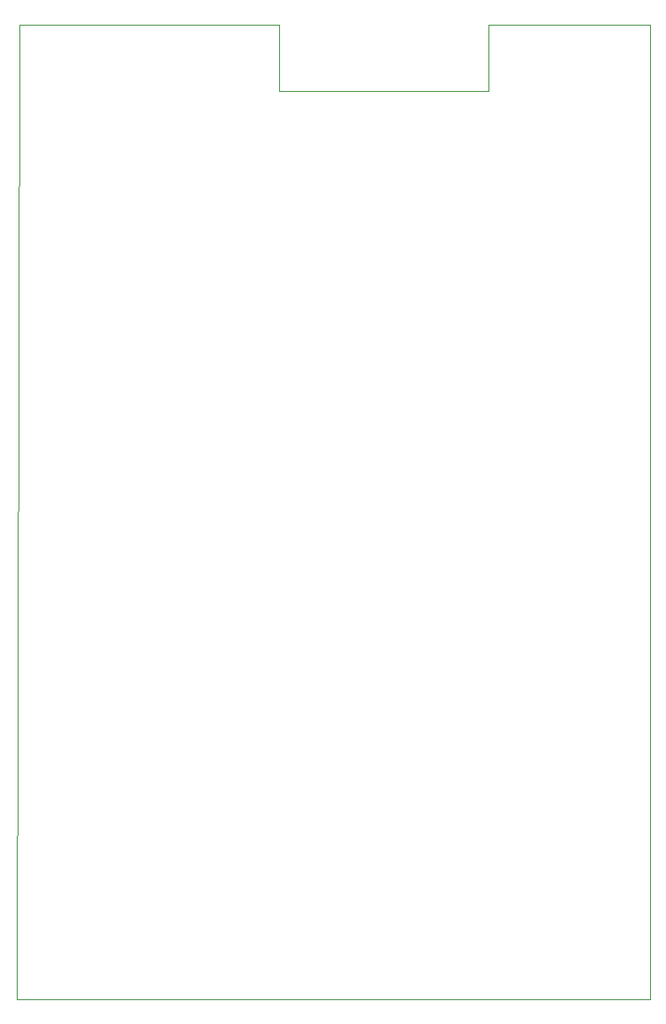
<source format=gbr>
%TF.GenerationSoftware,KiCad,Pcbnew,7.0.6*%
%TF.CreationDate,2024-05-05T09:17:33-05:00*%
%TF.ProjectId,BOARD_ESP32_S3,424f4152-445f-4455-9350-33325f53332e,rev?*%
%TF.SameCoordinates,Original*%
%TF.FileFunction,Profile,NP*%
%FSLAX46Y46*%
G04 Gerber Fmt 4.6, Leading zero omitted, Abs format (unit mm)*
G04 Created by KiCad (PCBNEW 7.0.6) date 2024-05-05 09:17:33*
%MOMM*%
%LPD*%
G01*
G04 APERTURE LIST*
%TA.AperFunction,Profile*%
%ADD10C,0.100000*%
%TD*%
G04 APERTURE END LIST*
D10*
X162814000Y-39776400D02*
X182880000Y-39776400D01*
X182880000Y-33426400D01*
X198374000Y-33426400D01*
X198374000Y-126771400D01*
X137668000Y-126771400D01*
X137922000Y-33426400D01*
X162814000Y-33426400D01*
X162814000Y-39776400D01*
M02*

</source>
